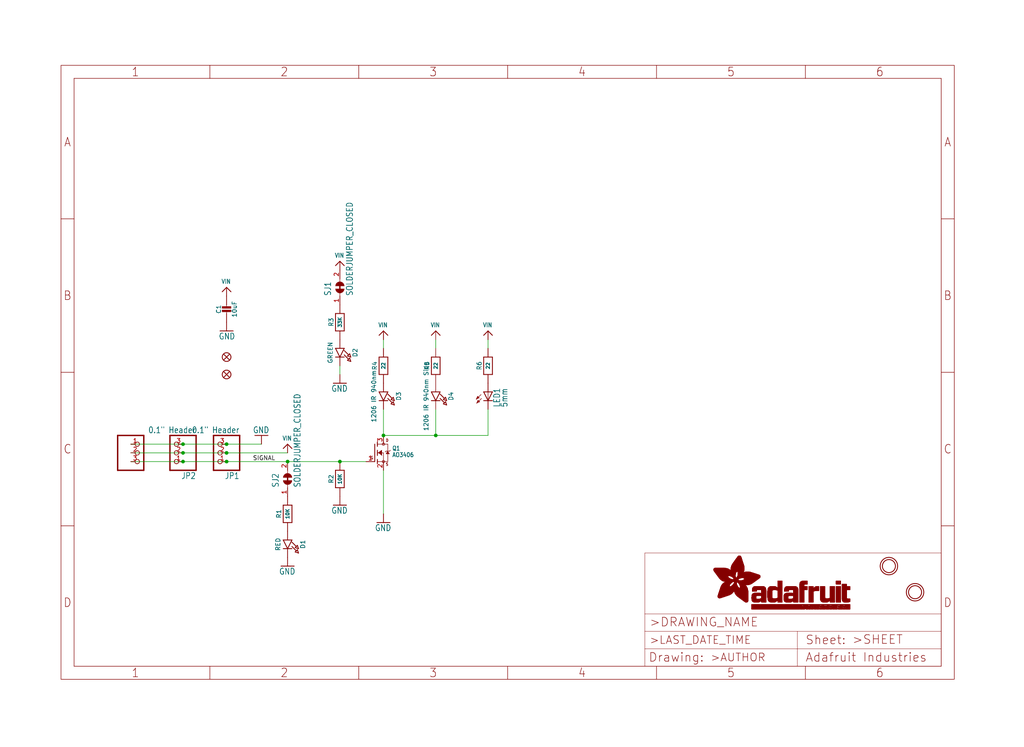
<source format=kicad_sch>
(kicad_sch (version 20211123) (generator eeschema)
  (paper "User" 298.45 217.881)
  (lib_symbols
    (symbol "eagleSchem-eagle-import:CAP_CERAMIC0805-NOOUTLINE"
      (property "Reference" "C" (at -2.29 1.25 90))
      (property "Value" "CAP_CERAMIC0805-NOOUTLINE" (at 2.3 1.25 90))
      (symbol "CAP_CERAMIC0805-NOOUTLINE_1_0"
        (pin passive line (at 0 5.08 270) (length 2.54) (name "1") (number "1"))
        (pin passive line (at 0 -2.54 90) (length 2.54) (name "2") (number "2"))
      )
    )
    (symbol "eagleSchem-eagle-import:CON_JST_PH_3PIN"
      (symbol "CON_JST_PH_3PIN_1_0"
        (pin passive inverted (at -2.54 2.54 0) (length 2.54) (name "1") (number "1"))
        (pin passive inverted (at -2.54 0 0) (length 2.54) (name "2") (number "2"))
        (pin passive inverted (at -2.54 -2.54 0) (length 2.54) (name "3") (number "3"))
      )
      (symbol "CON_JST_PH_3PIN_2_0"
        (pin bidirectional line (at 0 0 0) (length 5.08) (name "MT") (number "NC1"))
      )
      (symbol "CON_JST_PH_3PIN_3_0"
        (pin bidirectional line (at 0 0 0) (length 5.08) (name "MT") (number "NC2"))
      )
    )
    (symbol "eagleSchem-eagle-import:FIDUCIAL_1MM")
    (symbol "eagleSchem-eagle-import:FRAME_A4_ADAFRUIT"
      (symbol "FRAME_A4_ADAFRUIT_0_0"
        (text "1" (at 21.6958 1.905 0) (effects (font (size 2.54 2.286))))
        (text "1" (at 21.6958 177.165 0) (effects (font (size 2.54 2.286))))
        (text "2" (at 65.0875 1.905 0) (effects (font (size 2.54 2.286))))
        (text "2" (at 65.0875 177.165 0) (effects (font (size 2.54 2.286))))
        (text "3" (at 108.4792 1.905 0) (effects (font (size 2.54 2.286))))
        (text "3" (at 108.4792 177.165 0) (effects (font (size 2.54 2.286))))
        (text "4" (at 151.8708 1.905 0) (effects (font (size 2.54 2.286))))
        (text "4" (at 151.8708 177.165 0) (effects (font (size 2.54 2.286))))
        (text "5" (at 195.2625 1.905 0) (effects (font (size 2.54 2.286))))
        (text "5" (at 195.2625 177.165 0) (effects (font (size 2.54 2.286))))
        (text "6" (at 238.6542 1.905 0) (effects (font (size 2.54 2.286))))
        (text "6" (at 238.6542 177.165 0) (effects (font (size 2.54 2.286))))
        (text "A" (at 1.905 156.6863 0) (effects (font (size 2.54 2.286))))
        (text "A" (at 258.445 156.6863 0) (effects (font (size 2.54 2.286))))
        (text "B" (at 1.905 111.9188 0) (effects (font (size 2.54 2.286))))
        (text "B" (at 258.445 111.9188 0) (effects (font (size 2.54 2.286))))
        (text "C" (at 1.905 67.1513 0) (effects (font (size 2.54 2.286))))
        (text "C" (at 258.445 67.1513 0) (effects (font (size 2.54 2.286))))
        (text "D" (at 1.905 22.3838 0) (effects (font (size 2.54 2.286))))
        (text "D" (at 258.445 22.3838 0) (effects (font (size 2.54 2.286))))
      )
      (symbol "FRAME_A4_ADAFRUIT_1_0"
        (text ">AUTHOR" (at 189.23 5.08 0) (effects (font (size 2.286 2.286)) (justify left bottom)))
        (text ">DRAWING_NAME" (at 171.45 15.24 0) (effects (font (size 2.54 2.54)) (justify left bottom)))
        (text ">LAST_DATE_TIME" (at 171.45 10.16 0) (effects (font (size 2.286 2.286)) (justify left bottom)))
        (text ">SHEET" (at 230.505 10.16 0) (effects (font (size 2.54 2.54)) (justify left bottom)))
        (text "Adafruit Industries" (at 216.916 4.953 0) (effects (font (size 2.54 2.54)) (justify left bottom)))
        (text "Drawing:" (at 171.196 4.953 0) (effects (font (size 2.54 2.54)) (justify left bottom)))
        (text "Sheet:" (at 216.916 10.033 0) (effects (font (size 2.54 2.54)) (justify left bottom)))
      )
    )
    (symbol "eagleSchem-eagle-import:GND" (power)
      (property "Value" "GND" (at -2.54 -2.54 0))
      (symbol "GND_1_0"
        (pin power_in line (at 0 2.54 270) (length 2.54) (name "GND") (number "1"))
      )
    )
    (symbol "eagleSchem-eagle-import:HEADER-1X3"
      (property "Reference" "JP" (at -6.35 5.715 0))
      (property "Value" "HEADER-1X3" (at -6.35 -7.62 0))
      (symbol "HEADER-1X3_1_0"
        (pin passive inverted (at -2.54 2.54 0) (length 2.54) (name "1") (number "1"))
        (pin passive inverted (at -2.54 0 0) (length 2.54) (name "2") (number "2"))
        (pin passive inverted (at -2.54 -2.54 0) (length 2.54) (name "3") (number "3"))
      )
    )
    (symbol "eagleSchem-eagle-import:HEADER-1X3ROUND"
      (property "Reference" "JP" (at -6.35 5.715 0))
      (property "Value" "HEADER-1X3ROUND" (at -6.35 -7.62 0))
      (symbol "HEADER-1X3ROUND_1_0"
        (pin passive inverted (at -2.54 2.54 0) (length 2.54) (name "1") (number "1"))
        (pin passive inverted (at -2.54 0 0) (length 2.54) (name "2") (number "2"))
        (pin passive inverted (at -2.54 -2.54 0) (length 2.54) (name "3") (number "3"))
      )
    )
    (symbol "eagleSchem-eagle-import:LED0603_NOOUTLINE"
      (property "Reference" "D" (at -1.27 4.445 0))
      (property "Value" "LED0603_NOOUTLINE" (at -1.27 -2.794 0))
      (symbol "LED0603_NOOUTLINE_1_0"
        (pin passive line (at -5.08 0 0) (length 2.54) (name "A") (number "A"))
        (pin passive line (at 2.54 0 180) (length 2.54) (name "C") (number "C"))
      )
    )
    (symbol "eagleSchem-eagle-import:LED1206"
      (property "Reference" "D" (at -1.27 4.445 0))
      (property "Value" "LED1206" (at -1.27 -2.794 0))
      (symbol "LED1206_1_0"
        (pin passive line (at -5.08 0 0) (length 2.54) (name "A") (number "A"))
        (pin passive line (at 2.54 0 180) (length 2.54) (name "C") (number "C"))
      )
    )
    (symbol "eagleSchem-eagle-import:LED5MM"
      (property "Reference" "LED" (at 3.556 -4.572 90))
      (property "Value" "LED5MM" (at 5.715 -4.572 90))
      (symbol "LED5MM_1_0"
        (pin passive line (at 0 2.54 270) (length 2.54) (name "A") (number "A"))
        (pin passive line (at 0 -5.08 90) (length 2.54) (name "C") (number "K"))
      )
    )
    (symbol "eagleSchem-eagle-import:LED_1206RA"
      (property "Reference" "D" (at -1.27 4.445 0))
      (property "Value" "LED_1206RA" (at -1.27 -2.794 0))
      (symbol "LED_1206RA_1_0"
        (pin passive line (at -5.08 0 0) (length 2.54) (name "A") (number "A"))
        (pin passive line (at 2.54 0 180) (length 2.54) (name "C") (number "C"))
      )
    )
    (symbol "eagleSchem-eagle-import:MOSFET-NWIDE"
      (property "Reference" "Q" (at 5.08 0.635 0))
      (property "Value" "MOSFET-NWIDE" (at 5.08 -1.27 0))
      (symbol "MOSFET-NWIDE_1_0"
        (text "D" (at 3.175 3.175 0) (effects (font (size 0.8128 0.6908)) (justify left bottom)))
        (text "G" (at -1.27 -1.905 0) (effects (font (size 0.8128 0.6908)) (justify left bottom)))
        (text "S" (at 3.175 -3.81 0) (effects (font (size 0.8128 0.6908)) (justify left bottom)))
        (pin bidirectional line (at -2.54 -2.54 0) (length 2.54) (name "G") (number "1"))
        (pin bidirectional line (at 2.54 -5.08 90) (length 2.54) (name "S") (number "2"))
        (pin bidirectional line (at 2.54 5.08 270) (length 2.54) (name "D") (number "3"))
      )
    )
    (symbol "eagleSchem-eagle-import:MOUNTINGHOLE2.5")
    (symbol "eagleSchem-eagle-import:RESISTOR_0603_NOOUT"
      (property "Reference" "R" (at 0 2.54 0))
      (property "Value" "RESISTOR_0603_NOOUT" (at 0 0 0))
      (symbol "RESISTOR_0603_NOOUT_1_0"
        (pin passive line (at -5.08 0 0) (length 2.54) (name "1") (number "1"))
        (pin passive line (at 5.08 0 180) (length 2.54) (name "2") (number "2"))
      )
    )
    (symbol "eagleSchem-eagle-import:SOLDERJUMPER_CLOSED"
      (property "Reference" "SJ" (at -2.54 2.54 0))
      (property "Value" "SOLDERJUMPER_CLOSED" (at -2.54 -3.81 0))
      (symbol "SOLDERJUMPER_CLOSED_1_0"
        (pin passive line (at -5.08 0 0) (length 2.54) (name "1") (number "1"))
        (pin passive line (at 5.08 0 180) (length 2.54) (name "2") (number "2"))
      )
    )
    (symbol "eagleSchem-eagle-import:VIN" (power)
      (property "Value" "VIN" (at -1.524 1.016 0))
      (symbol "VIN_1_0"
        (pin power_in line (at 0 -2.54 90) (length 2.54) (name "VIN") (number "1"))
      )
    )
  )
  (junction (at 83.82 134.62))
  (junction (at 66.04 134.62))
  (junction (at 66.04 132.08))
  (junction (at 53.34 132.08))
  (junction (at 99.06 134.62))
  (junction (at 66.04 129.54))
  (junction (at 127 127))
  (junction (at 53.34 134.62))
  (junction (at 53.34 129.54))
  (junction (at 111.76 127))
  (wire (pts (xy 83.82 134.62) (xy 99.06 134.62)))
  (wire (pts (xy 142.24 127) (xy 142.24 119.38)))
  (wire (pts (xy 53.34 134.62) (xy 66.04 134.62)))
  (wire (pts (xy 53.34 129.54) (xy 66.04 129.54)))
  (wire (pts (xy 38.1 134.62) (xy 53.34 134.62)))
  (wire (pts (xy 53.34 132.08) (xy 38.1 132.08)))
  (wire (pts (xy 99.06 134.62) (xy 106.68 134.62)))
  (wire (pts (xy 38.1 129.54) (xy 53.34 129.54)))
  (wire (pts (xy 83.82 132.08) (xy 66.04 132.08)))
  (wire (pts (xy 66.04 134.62) (xy 83.82 134.62)))
  (wire (pts (xy 66.04 132.08) (xy 53.34 132.08)))
  (wire (pts (xy 111.76 119.38) (xy 111.76 127)))
  (wire (pts (xy 111.76 101.6) (xy 111.76 99.06)))
  (wire (pts (xy 127 127) (xy 142.24 127)))
  (wire (pts (xy 111.76 137.16) (xy 111.76 149.86)))
  (wire (pts (xy 142.24 101.6) (xy 142.24 99.06)))
  (wire (pts (xy 99.06 109.22) (xy 99.06 106.68)))
  (wire (pts (xy 127 101.6) (xy 127 99.06)))
  (wire (pts (xy 76.2 129.54) (xy 66.04 129.54)))
  (wire (pts (xy 127 127) (xy 127 119.38)))
  (wire (pts (xy 111.76 127) (xy 127 127)))
  (label "SIGNAL" (at 73.66 134.62 0) (effects (font (size 1.2446 1.2446))))
  (symbol (lib_id "eagleSchem-eagle-import:GND") (at 66.04 96.52 0) (mirror y) (unit 1)
    (property "Reference" "#GND2" (effects hide))
    (property "Value" "GND" (at 68.58 99.06 0) (effects (font (size 1.778 1.5113)) (justify left bottom)))
    (property "Footprint" "eagleSchem:" (effects hide))
  )
  (symbol (lib_id "eagleSchem-eagle-import:FIDUCIAL_1MM") (at 66.04 109.22 0) (unit 1)
    (property "Reference" "FID2" (effects hide))
    (property "Value" "FIDUCIAL_1MM" (effects hide))
    (property "Footprint" "eagleSchem:FIDUCIAL_1MM" (effects hide))
  )
  (symbol (lib_id "eagleSchem-eagle-import:RESISTOR_0603_NOOUT") (at 111.76 106.68 90) (unit 1)
    (property "Reference" "R4" (at 109.22 106.68 0))
    (property "Value" "22" (at 111.76 106.68 0) (effects (font (size 1.016 1.016) bold)))
    (property "Footprint" "eagleSchem:0603-NO" (effects hide))
  )
  (symbol (lib_id "eagleSchem-eagle-import:RESISTOR_0603_NOOUT") (at 99.06 93.98 90) (unit 1)
    (property "Reference" "R3" (at 96.52 93.98 0))
    (property "Value" "33K" (at 99.06 93.98 0) (effects (font (size 1.016 1.016) bold)))
    (property "Footprint" "eagleSchem:0603-NO" (effects hide))
  )
  (symbol (lib_id "eagleSchem-eagle-import:VIN") (at 66.04 83.82 0) (unit 1)
    (property "Reference" "#U$11" (effects hide))
    (property "Value" "VIN" (at 64.516 82.804 0) (effects (font (size 1.27 1.0795)) (justify left bottom)))
    (property "Footprint" "eagleSchem:" (effects hide))
  )
  (symbol (lib_id "eagleSchem-eagle-import:RESISTOR_0603_NOOUT") (at 99.06 139.7 90) (unit 1)
    (property "Reference" "R2" (at 96.52 139.7 0))
    (property "Value" "10K" (at 99.06 139.7 0) (effects (font (size 1.016 1.016) bold)))
    (property "Footprint" "eagleSchem:0603-NO" (effects hide))
  )
  (symbol (lib_id "eagleSchem-eagle-import:LED5MM") (at 142.24 114.3 0) (unit 1)
    (property "Reference" "LED1" (at 145.796 118.872 90) (effects (font (size 1.778 1.5113)) (justify left bottom)))
    (property "Value" "5mm" (at 147.955 118.872 90) (effects (font (size 1.778 1.5113)) (justify left bottom)))
    (property "Footprint" "eagleSchem:LED5MM" (effects hide))
  )
  (symbol (lib_id "eagleSchem-eagle-import:RESISTOR_0603_NOOUT") (at 127 106.68 90) (unit 1)
    (property "Reference" "R5" (at 124.46 106.68 0))
    (property "Value" "22" (at 127 106.68 0) (effects (font (size 1.016 1.016) bold)))
    (property "Footprint" "eagleSchem:0603-NO" (effects hide))
  )
  (symbol (lib_id "eagleSchem-eagle-import:SOLDERJUMPER_CLOSED") (at 99.06 83.82 90) (unit 1)
    (property "Reference" "SJ1" (at 96.52 86.36 0) (effects (font (size 1.778 1.5113)) (justify left bottom)))
    (property "Value" "SOLDERJUMPER_CLOSED" (at 102.87 86.36 0) (effects (font (size 1.778 1.5113)) (justify left bottom)))
    (property "Footprint" "eagleSchem:SOLDERJUMPER_CLOSEDWIRE" (effects hide))
  )
  (symbol (lib_id "eagleSchem-eagle-import:GND") (at 83.82 165.1 0) (unit 1)
    (property "Reference" "#GND5" (effects hide))
    (property "Value" "GND" (at 81.28 167.64 0) (effects (font (size 1.778 1.5113)) (justify left bottom)))
    (property "Footprint" "eagleSchem:" (effects hide))
  )
  (symbol (lib_id "eagleSchem-eagle-import:GND") (at 99.06 147.32 0) (unit 1)
    (property "Reference" "#GND6" (effects hide))
    (property "Value" "GND" (at 96.52 149.86 0) (effects (font (size 1.778 1.5113)) (justify left bottom)))
    (property "Footprint" "eagleSchem:" (effects hide))
  )
  (symbol (lib_id "eagleSchem-eagle-import:FRAME_A4_ADAFRUIT") (at 17.78 198.12 0) (unit 1)
    (property "Reference" "#U$4" (effects hide))
    (property "Value" "FRAME_A4_ADAFRUIT" (effects hide))
    (property "Footprint" "eagleSchem:" (effects hide))
  )
  (symbol (lib_id "eagleSchem-eagle-import:GND") (at 76.2 127 0) (mirror x) (unit 1)
    (property "Reference" "#GND3" (effects hide))
    (property "Value" "GND" (at 73.66 124.46 0) (effects (font (size 1.778 1.5113)) (justify left bottom)))
    (property "Footprint" "eagleSchem:" (effects hide))
  )
  (symbol (lib_id "eagleSchem-eagle-import:VIN") (at 99.06 76.2 0) (unit 1)
    (property "Reference" "#U$2" (effects hide))
    (property "Value" "VIN" (at 97.536 75.184 0) (effects (font (size 1.27 1.0795)) (justify left bottom)))
    (property "Footprint" "eagleSchem:" (effects hide))
  )
  (symbol (lib_id "eagleSchem-eagle-import:VIN") (at 142.24 96.52 0) (unit 1)
    (property "Reference" "#U$9" (effects hide))
    (property "Value" "VIN" (at 140.716 95.504 0) (effects (font (size 1.27 1.0795)) (justify left bottom)))
    (property "Footprint" "eagleSchem:" (effects hide))
  )
  (symbol (lib_id "eagleSchem-eagle-import:MOUNTINGHOLE2.5") (at 259.08 165.1 0) (unit 1)
    (property "Reference" "U$8" (effects hide))
    (property "Value" "MOUNTINGHOLE2.5" (effects hide))
    (property "Footprint" "eagleSchem:MOUNTINGHOLE_2.5_PLATED" (effects hide))
  )
  (symbol (lib_id "eagleSchem-eagle-import:MOSFET-NWIDE") (at 109.22 132.08 0) (unit 1)
    (property "Reference" "Q1" (at 114.3 131.445 0) (effects (font (size 1.27 1.0795)) (justify left bottom)))
    (property "Value" "AO3406" (at 114.3 133.35 0) (effects (font (size 1.27 1.0795)) (justify left bottom)))
    (property "Footprint" "eagleSchem:SOT23-WIDE" (effects hide))
  )
  (symbol (lib_id "eagleSchem-eagle-import:HEADER-1X3ROUND") (at 50.8 132.08 180) (unit 1)
    (property "Reference" "JP2" (at 57.15 137.795 0) (effects (font (size 1.778 1.5113)) (justify left bottom)))
    (property "Value" "0.1\" Header" (at 57.15 124.46 0) (effects (font (size 1.778 1.5113)) (justify left bottom)))
    (property "Footprint" "eagleSchem:1X03_ROUND" (effects hide))
  )
  (symbol (lib_id "eagleSchem-eagle-import:VIN") (at 83.82 129.54 0) (unit 1)
    (property "Reference" "#U$6" (effects hide))
    (property "Value" "VIN" (at 82.296 128.524 0) (effects (font (size 1.27 1.0795)) (justify left bottom)))
    (property "Footprint" "eagleSchem:" (effects hide))
  )
  (symbol (lib_id "eagleSchem-eagle-import:FIDUCIAL_1MM") (at 66.04 104.14 0) (unit 1)
    (property "Reference" "FID3" (effects hide))
    (property "Value" "FIDUCIAL_1MM" (effects hide))
    (property "Footprint" "eagleSchem:FIDUCIAL_1MM" (effects hide))
  )
  (symbol (lib_id "eagleSchem-eagle-import:CON_JST_PH_3PIN") (at 40.64 132.08 0) (unit 1)
    (property "Reference" "X4" (effects hide))
    (property "Value" "JST PH 3" (effects hide))
    (property "Footprint" "eagleSchem:JSTPH3" (effects hide))
  )
  (symbol (lib_id "eagleSchem-eagle-import:SOLDERJUMPER_CLOSED") (at 83.82 139.7 90) (unit 1)
    (property "Reference" "SJ2" (at 81.28 142.24 0) (effects (font (size 1.778 1.5113)) (justify left bottom)))
    (property "Value" "SOLDERJUMPER_CLOSED" (at 87.63 142.24 0) (effects (font (size 1.778 1.5113)) (justify left bottom)))
    (property "Footprint" "eagleSchem:SOLDERJUMPER_CLOSEDWIRE" (effects hide))
  )
  (symbol (lib_id "eagleSchem-eagle-import:CAP_CERAMIC0805-NOOUTLINE") (at 66.04 91.44 0) (unit 1)
    (property "Reference" "C1" (at 63.75 90.19 90))
    (property "Value" "10uF" (at 68.34 90.19 90))
    (property "Footprint" "eagleSchem:0805-NO" (effects hide))
  )
  (symbol (lib_id "eagleSchem-eagle-import:HEADER-1X3") (at 63.5 132.08 180) (unit 1)
    (property "Reference" "JP1" (at 69.85 137.795 0) (effects (font (size 1.778 1.5113)) (justify left bottom)))
    (property "Value" "0.1\" Header" (at 69.85 124.46 0) (effects (font (size 1.778 1.5113)) (justify left bottom)))
    (property "Footprint" "eagleSchem:1X03_OVAL" (effects hide))
  )
  (symbol (lib_id "eagleSchem-eagle-import:GND") (at 111.76 152.4 0) (unit 1)
    (property "Reference" "#GND1" (effects hide))
    (property "Value" "GND" (at 109.22 154.94 0) (effects (font (size 1.778 1.5113)) (justify left bottom)))
    (property "Footprint" "eagleSchem:" (effects hide))
  )
  (symbol (lib_id "eagleSchem-eagle-import:LED1206") (at 111.76 116.84 270) (unit 1)
    (property "Reference" "D3" (at 116.205 115.57 0))
    (property "Value" "1206 IR 940nm" (at 108.966 115.57 0))
    (property "Footprint" "eagleSchem:CHIPLED_1206" (effects hide))
  )
  (symbol (lib_id "eagleSchem-eagle-import:LED0603_NOOUTLINE") (at 83.82 160.02 270) (unit 1)
    (property "Reference" "D1" (at 88.265 158.75 0))
    (property "Value" "RED" (at 81.026 158.75 0))
    (property "Footprint" "eagleSchem:CHIPLED_0603_NOOUTLINE" (effects hide))
  )
  (symbol (lib_id "eagleSchem-eagle-import:VIN") (at 127 96.52 0) (unit 1)
    (property "Reference" "#U$3" (effects hide))
    (property "Value" "VIN" (at 125.476 95.504 0) (effects (font (size 1.27 1.0795)) (justify left bottom)))
    (property "Footprint" "eagleSchem:" (effects hide))
  )
  (symbol (lib_id "eagleSchem-eagle-import:RESISTOR_0603_NOOUT") (at 142.24 106.68 90) (unit 1)
    (property "Reference" "R6" (at 139.7 106.68 0))
    (property "Value" "22" (at 142.24 106.68 0) (effects (font (size 1.016 1.016) bold)))
    (property "Footprint" "eagleSchem:0603-NO" (effects hide))
  )
  (symbol (lib_id "eagleSchem-eagle-import:LED0603_NOOUTLINE") (at 99.06 104.14 270) (unit 1)
    (property "Reference" "D2" (at 103.505 102.87 0))
    (property "Value" "GREEN" (at 96.266 102.87 0))
    (property "Footprint" "eagleSchem:CHIPLED_0603_NOOUTLINE" (effects hide))
  )
  (symbol (lib_id "eagleSchem-eagle-import:MOUNTINGHOLE2.5") (at 266.7 172.72 0) (unit 1)
    (property "Reference" "U$1" (effects hide))
    (property "Value" "MOUNTINGHOLE2.5" (effects hide))
    (property "Footprint" "eagleSchem:MOUNTINGHOLE_2.5_PLATED" (effects hide))
  )
  (symbol (lib_id "eagleSchem-eagle-import:GND") (at 99.06 111.76 0) (unit 1)
    (property "Reference" "#GND4" (effects hide))
    (property "Value" "GND" (at 96.52 114.3 0) (effects (font (size 1.778 1.5113)) (justify left bottom)))
    (property "Footprint" "eagleSchem:" (effects hide))
  )
  (symbol (lib_id "eagleSchem-eagle-import:VIN") (at 111.76 96.52 0) (unit 1)
    (property "Reference" "#U$7" (effects hide))
    (property "Value" "VIN" (at 110.236 95.504 0) (effects (font (size 1.27 1.0795)) (justify left bottom)))
    (property "Footprint" "eagleSchem:" (effects hide))
  )
  (symbol (lib_id "eagleSchem-eagle-import:RESISTOR_0603_NOOUT") (at 83.82 149.86 90) (unit 1)
    (property "Reference" "R1" (at 81.28 149.86 0))
    (property "Value" "10K" (at 83.82 149.86 0) (effects (font (size 1.016 1.016) bold)))
    (property "Footprint" "eagleSchem:0603-NO" (effects hide))
  )
  (symbol (lib_id "eagleSchem-eagle-import:LED_1206RA") (at 127 116.84 270) (unit 1)
    (property "Reference" "D4" (at 131.445 115.57 0))
    (property "Value" "1206 IR 940nm Side" (at 124.206 115.57 0))
    (property "Footprint" "eagleSchem:LED_1206_SIDE" (effects hide))
  )
)
</source>
